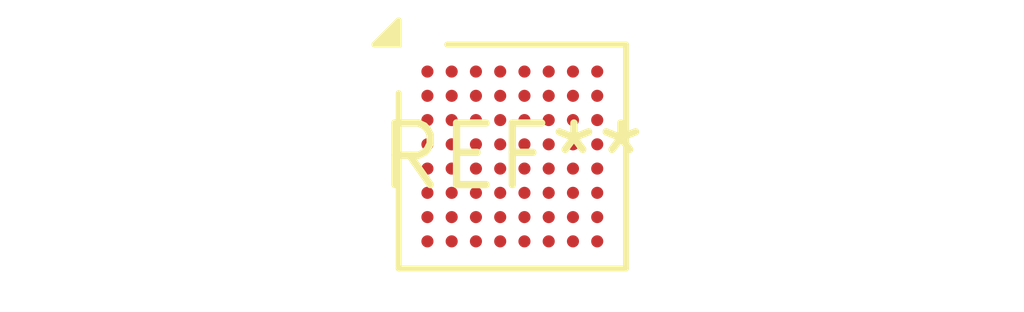
<source format=kicad_pcb>
(kicad_pcb (version 20240108) (generator pcbnew)
  (layers (0 "F.Cu" signal) (31 "B.Cu" signal) (34 "B.Paste" user) (35 "F.Paste" user) (36 "B.SilkS" user "B.Silkscreen") (37 "F.SilkS" user "F.Silkscreen") (38 "B.Mask" user) (39 "F.Mask" user) (44 "Edge.Cuts" user))
  (net 0 "")
  (footprint "ST_WLCSP-64_Die414" (layer "F.Cu") (at 0 0)
    (property "Reference" "REF**")
    (property "Value" "ST_WLCSP-64_Die414")
    (fp_line (start -2.343 2.3075) (end -2.343 -1.3075) (layer "F.SilkS") (stroke (width 0.12)))
    (fp_line (start -1.343 -2.3075) (end 2.343 -2.3075) (layer "F.SilkS") (stroke (width 0.12)))
    (fp_line (start 2.343 -2.3075) (end 2.343 2.3075) (layer "F.SilkS") (stroke (width 0.12)))
    (fp_line (start 2.343 2.3075) (end -2.343 2.3075) (layer "F.SilkS") (stroke (width 0.12)))
    (fp_poly (pts (xy -2.343 -2.3075) (xy -2.843 -2.3075) (xy -2.343 -2.8075) (xy -2.343 -2.3075)) (layer "F.SilkS") (stroke (width 0.12)) (fill solid))
    (pad "A1" smd circle (at -1.75 -1.75) (size 0.25 0.25) (property pad_prop_bga) (layers "F.Cu" "F.Paste" "F.Mask"))
    (pad "A2" smd circle (at -1.25 -1.75) (size 0.25 0.25) (property pad_prop_bga) (layers "F.Cu" "F.Paste" "F.Mask"))
    (pad "A3" smd circle (at -0.75 -1.75) (size 0.25 0.25) (property pad_prop_bga) (layers "F.Cu" "F.Paste" "F.Mask"))
    (pad "A4" smd circle (at -0.25 -1.75) (size 0.25 0.25) (property pad_prop_bga) (layers "F.Cu" "F.Paste" "F.Mask"))
    (pad "A5" smd circle (at 0.25 -1.75) (size 0.25 0.25) (property pad_prop_bga) (layers "F.Cu" "F.Paste" "F.Mask"))
    (pad "A6" smd circle (at 0.75 -1.75) (size 0.25 0.25) (property pad_prop_bga) (layers "F.Cu" "F.Paste" "F.Mask"))
    (pad "A7" smd circle (at 1.25 -1.75) (size 0.25 0.25) (property pad_prop_bga) (layers "F.Cu" "F.Paste" "F.Mask"))
    (pad "A8" smd circle (at 1.75 -1.75) (size 0.25 0.25) (property pad_prop_bga) (layers "F.Cu" "F.Paste" "F.Mask"))
    (pad "B1" smd circle (at -1.75 -1.25) (size 0.25 0.25) (property pad_prop_bga) (layers "F.Cu" "F.Paste" "F.Mask"))
    (pad "B2" smd circle (at -1.25 -1.25) (size 0.25 0.25) (property pad_prop_bga) (layers "F.Cu" "F.Paste" "F.Mask"))
    (pad "B3" smd circle (at -0.75 -1.25) (size 0.25 0.25) (property pad_prop_bga) (layers "F.Cu" "F.Paste" "F.Mask"))
    (pad "B4" smd circle (at -0.25 -1.25) (size 0.25 0.25) (property pad_prop_bga) (layers "F.Cu" "F.Paste" "F.Mask"))
    (pad "B5" smd circle (at 0.25 -1.25) (size 0.25 0.25) (property pad_prop_bga) (layers "F.Cu" "F.Paste" "F.Mask"))
    (pad "B6" smd circle (at 0.75 -1.25) (size 0.25 0.25) (property pad_prop_bga) (layers "F.Cu" "F.Paste" "F.Mask"))
    (pad "B7" smd circle (at 1.25 -1.25) (size 0.25 0.25) (property pad_prop_bga) (layers "F.Cu" "F.Paste" "F.Mask"))
    (pad "B8" smd circle (at 1.75 -1.25) (size 0.25 0.25) (property pad_prop_bga) (layers "F.Cu" "F.Paste" "F.Mask"))
    (pad "C1" smd circle (at -1.75 -0.75) (size 0.25 0.25) (property pad_prop_bga) (layers "F.Cu" "F.Paste" "F.Mask"))
    (pad "C2" smd circle (at -1.25 -0.75) (size 0.25 0.25) (property pad_prop_bga) (layers "F.Cu" "F.Paste" "F.Mask"))
    (pad "C3" smd circle (at -0.75 -0.75) (size 0.25 0.25) (property pad_prop_bga) (layers "F.Cu" "F.Paste" "F.Mask"))
    (pad "C4" smd circle (at -0.25 -0.75) (size 0.25 0.25) (property pad_prop_bga) (layers "F.Cu" "F.Paste" "F.Mask"))
    (pad "C5" smd circle (at 0.25 -0.75) (size 0.25 0.25) (property pad_prop_bga) (layers "F.Cu" "F.Paste" "F.Mask"))
    (pad "C6" smd circle (at 0.75 -0.75) (size 0.25 0.25) (property pad_prop_bga) (layers "F.Cu" "F.Paste" "F.Mask"))
    (pad "C7" smd circle (at 1.25 -0.75) (size 0.25 0.25) (property pad_prop_bga) (layers "F.Cu" "F.Paste" "F.Mask"))
    (pad "C8" smd circle (at 1.75 -0.75) (size 0.25 0.25) (property pad_prop_bga) (layers "F.Cu" "F.Paste" "F.Mask"))
    (pad "D1" smd circle (at -1.75 -0.25) (size 0.25 0.25) (property pad_prop_bga) (layers "F.Cu" "F.Paste" "F.Mask"))
    (pad "D2" smd circle (at -1.25 -0.25) (size 0.25 0.25) (property pad_prop_bga) (layers "F.Cu" "F.Paste" "F.Mask"))
    (pad "D3" smd circle (at -0.75 -0.25) (size 0.25 0.25) (property pad_prop_bga) (layers "F.Cu" "F.Paste" "F.Mask"))
    (pad "D4" smd circle (at -0.25 -0.25) (size 0.25 0.25) (property pad_prop_bga) (layers "F.Cu" "F.Paste" "F.Mask"))
    (pad "D5" smd circle (at 0.25 -0.25) (size 0.25 0.25) (property pad_prop_bga) (layers "F.Cu" "F.Paste" "F.Mask"))
    (pad "D6" smd circle (at 0.75 -0.25) (size 0.25 0.25) (property pad_prop_bga) (layers "F.Cu" "F.Paste" "F.Mask"))
    (pad "D7" smd circle (at 1.25 -0.25) (size 0.25 0.25) (property pad_prop_bga) (layers "F.Cu" "F.Paste" "F.Mask"))
    (pad "D8" smd circle (at 1.75 -0.25) (size 0.25 0.25) (property pad_prop_bga) (layers "F.Cu" "F.Paste" "F.Mask"))
    (pad "E1" smd circle (at -1.75 0.25) (size 0.25 0.25) (property pad_prop_bga) (layers "F.Cu" "F.Paste" "F.Mask"))
    (pad "E2" smd circle (at -1.25 0.25) (size 0.25 0.25) (property pad_prop_bga) (layers "F.Cu" "F.Paste" "F.Mask"))
    (pad "E3" smd circle (at -0.75 0.25) (size 0.25 0.25) (property pad_prop_bga) (layers "F.Cu" "F.Paste" "F.Mask"))
    (pad "E4" smd circle (at -0.25 0.25) (size 0.25 0.25) (property pad_prop_bga) (layers "F.Cu" "F.Paste" "F.Mask"))
    (pad "E5" smd circle (at 0.25 0.25) (size 0.25 0.25) (property pad_prop_bga) (layers "F.Cu" "F.Paste" "F.Mask"))
    (pad "E6" smd circle (at 0.75 0.25) (size 0.25 0.25) (property pad_prop_bga) (layers "F.Cu" "F.Paste" "F.Mask"))
    (pad "E7" smd circle (at 1.25 0.25) (size 0.25 0.25) (property pad_prop_bga) (layers "F.Cu" "F.Paste" "F.Mask"))
    (pad "E8" smd circle (at 1.75 0.25) (size 0.25 0.25) (property pad_prop_bga) (layers "F.Cu" "F.Paste" "F.Mask"))
    (pad "F1" smd circle (at -1.75 0.75) (size 0.25 0.25) (property pad_prop_bga) (layers "F.Cu" "F.Paste" "F.Mask"))
    (pad "F2" smd circle (at -1.25 0.75) (size 0.25 0.25) (property pad_prop_bga) (layers "F.Cu" "F.Paste" "F.Mask"))
    (pad "F3" smd circle (at -0.75 0.75) (size 0.25 0.25) (property pad_prop_bga) (layers "F.Cu" "F.Paste" "F.Mask"))
    (pad "F4" smd circle (at -0.25 0.75) (size 0.25 0.25) (property pad_prop_bga) (layers "F.Cu" "F.Paste" "F.Mask"))
    (pad "F5" smd circle (at 0.25 0.75) (size 0.25 0.25) (property pad_prop_bga) (layers "F.Cu" "F.Paste" "F.Mask"))
    (pad "F6" smd circle (at 0.75 0.75) (size 0.25 0.25) (property pad_prop_bga) (layers "F.Cu" "F.Paste" "F.Mask"))
    (pad "F7" smd circle (at 1.25 0.75) (size 0.25 0.25) (property pad_prop_bga) (layers "F.Cu" "F.Paste" "F.Mask"))
    (pad "F8" smd circle (at 1.75 0.75) (size 0.25 0.25) (property pad_prop_bga) (layers "F.Cu" "F.Paste" "F.Mask"))
    (pad "G1" smd circle (at -1.75 1.25) (size 0.25 0.25) (property pad_prop_bga) (layers "F.Cu" "F.Paste" "F.Mask"))
    (pad "G2" smd circle (at -1.25 1.25) (size 0.25 0.25) (property pad_prop_bga) (layers "F.Cu" "F.Paste" "F.Mask"))
    (pad "G3" smd circle (at -0.75 1.25) (size 0.25 0.25) (property pad_prop_bga) (layers "F.Cu" "F.Paste" "F.Mask"))
    (pad "G4" smd circle (at -0.25 1.25) (size 0.25 0.25) (property pad_prop_bga) (layers "F.Cu" "F.Paste" "F.Mask"))
    (pad "G5" smd circle (at 0.25 1.25) (size 0.25 0.25) (property pad_prop_bga) (layers "F.Cu" "F.Paste" "F.Mask"))
    (pad "G6" smd circle (at 0.75 1.25) (size 0.25 0.25) (property pad_prop_bga) (layers "F.Cu" "F.Paste" "F.Mask"))
    (pad "G7" smd circle (at 1.25 1.25) (size 0.25 0.25) (property pad_prop_bga) (layers "F.Cu" "F.Paste" "F.Mask"))
    (pad "G8" smd circle (at 1.75 1.25) (size 0.25 0.25) (property pad_prop_bga) (layers "F.Cu" "F.Paste" "F.Mask"))
    (pad "H1" smd circle (at -1.75 1.75) (size 0.25 0.25) (property pad_prop_bga) (layers "F.Cu" "F.Paste" "F.Mask"))
    (pad "H2" smd circle (at -1.25 1.75) (size 0.25 0.25) (property pad_prop_bga) (layers "F.Cu" "F.Paste" "F.Mask"))
    (pad "H3" smd circle (at -0.75 1.75) (size 0.25 0.25) (property pad_prop_bga) (layers "F.Cu" "F.Paste" "F.Mask"))
    (pad "H4" smd circle (at -0.25 1.75) (size 0.25 0.25) (property pad_prop_bga) (layers "F.Cu" "F.Paste" "F.Mask"))
    (pad "H5" smd circle (at 0.25 1.75) (size 0.25 0.25) (property pad_prop_bga) (layers "F.Cu" "F.Paste" "F.Mask"))
    (pad "H6" smd circle (at 0.75 1.75) (size 0.25 0.25) (property pad_prop_bga) (layers "F.Cu" "F.Paste" "F.Mask"))
    (pad "H7" smd circle (at 1.25 1.75) (size 0.25 0.25) (property pad_prop_bga) (layers "F.Cu" "F.Paste" "F.Mask"))
    (pad "H8" smd circle (at 1.75 1.75) (size 0.25 0.25) (property pad_prop_bga) (layers "F.Cu" "F.Paste" "F.Mask"))
  )
)
</source>
